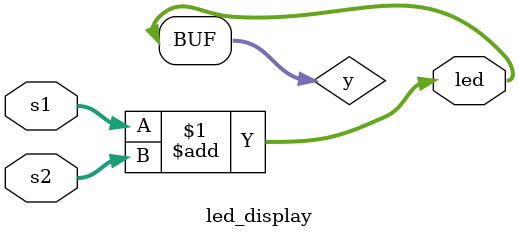
<source format=sv>

module led_display(input logic [3:0] s1,
                   input logic [3:0] s2,
                   output logic [4:0] led

); 

logic [4:0] y; 

assign y = s1 + s2; // add values of segment display 1 and 2

assign led[4] = y[4];
assign led[3] = y[3];
assign led[2] = y[2];
assign led[1] = y[1];
assign led[0] = y[0];

endmodule
</source>
